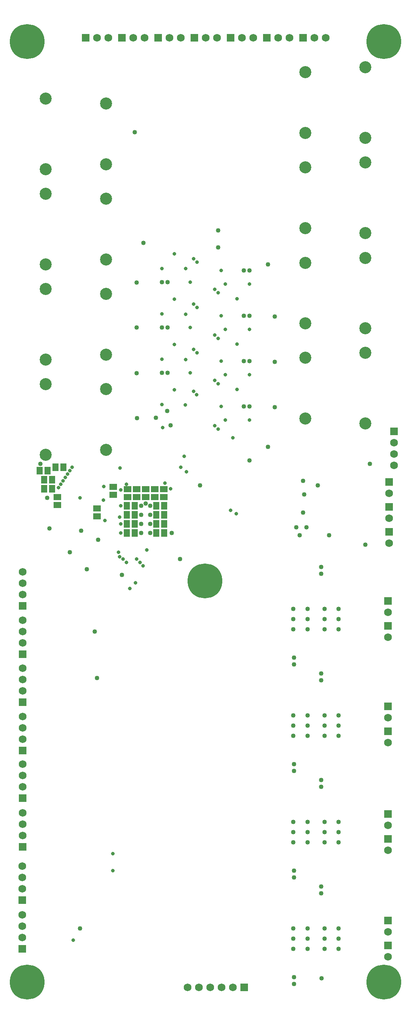
<source format=gbs>
G04*
G04 #@! TF.GenerationSoftware,Altium Limited,Altium Designer,19.0.14 (431)*
G04*
G04 Layer_Color=16711935*
%FSLAX25Y25*%
%MOIN*%
G70*
G01*
G75*
%ADD22R,0.05328X0.06509*%
%ADD33R,0.06509X0.05328*%
%ADD37C,0.06800*%
%ADD38R,0.06800X0.06800*%
%ADD39R,0.06800X0.06800*%
%ADD40C,0.30800*%
%ADD41C,0.10642*%
%ADD42C,0.04000*%
%ADD43C,0.03300*%
D22*
X49543Y472000D02*
D03*
X42457D02*
D03*
X35543Y469000D02*
D03*
X28457D02*
D03*
X39543Y461000D02*
D03*
X32457D02*
D03*
X39543Y453000D02*
D03*
X32457D02*
D03*
X105457Y438000D02*
D03*
X112543D02*
D03*
X105457Y430000D02*
D03*
X112543D02*
D03*
X105457Y422000D02*
D03*
X112543D02*
D03*
X105457Y414000D02*
D03*
X112543D02*
D03*
X138543Y414000D02*
D03*
X131457D02*
D03*
X138543Y422000D02*
D03*
X131457D02*
D03*
X138543Y430000D02*
D03*
X131457D02*
D03*
X138543Y438000D02*
D03*
X131457D02*
D03*
D33*
X44000Y445543D02*
D03*
Y438457D02*
D03*
X93410Y447457D02*
D03*
Y454543D02*
D03*
X79000Y435543D02*
D03*
Y428457D02*
D03*
X138000Y452543D02*
D03*
Y445457D02*
D03*
X130000Y452543D02*
D03*
Y445457D02*
D03*
X122000Y452543D02*
D03*
Y445457D02*
D03*
X114000Y452543D02*
D03*
Y445457D02*
D03*
X106000Y452543D02*
D03*
Y445457D02*
D03*
D37*
X89000Y851000D02*
D03*
X79000D02*
D03*
X111000D02*
D03*
X121000D02*
D03*
X153000D02*
D03*
X143000D02*
D03*
X207000D02*
D03*
X217000D02*
D03*
X185000D02*
D03*
X175000D02*
D03*
X239000D02*
D03*
X249000D02*
D03*
X281000D02*
D03*
X271000D02*
D03*
X341500Y473500D02*
D03*
Y483500D02*
D03*
Y493500D02*
D03*
X13500Y359500D02*
D03*
Y369500D02*
D03*
Y379500D02*
D03*
X336100Y344000D02*
D03*
X337000Y449000D02*
D03*
X159000Y13000D02*
D03*
X169000D02*
D03*
X199000D02*
D03*
X189000D02*
D03*
X179000D02*
D03*
X13000Y57000D02*
D03*
Y67000D02*
D03*
Y77000D02*
D03*
Y100000D02*
D03*
Y110000D02*
D03*
Y120000D02*
D03*
X337000Y427000D02*
D03*
Y404913D02*
D03*
X336100Y322000D02*
D03*
Y251000D02*
D03*
Y229000D02*
D03*
Y156000D02*
D03*
Y134000D02*
D03*
X336000Y62000D02*
D03*
Y40000D02*
D03*
X13500Y337000D02*
D03*
Y327000D02*
D03*
Y317000D02*
D03*
Y294500D02*
D03*
Y284500D02*
D03*
Y274500D02*
D03*
Y252000D02*
D03*
Y242000D02*
D03*
Y232000D02*
D03*
Y210000D02*
D03*
Y200000D02*
D03*
Y190000D02*
D03*
Y167000D02*
D03*
Y157000D02*
D03*
Y147000D02*
D03*
D38*
X69000Y851000D02*
D03*
X101000D02*
D03*
X133000D02*
D03*
X197000D02*
D03*
X165000D02*
D03*
X229000D02*
D03*
X261000D02*
D03*
X209000Y13000D02*
D03*
D39*
X341500Y503500D02*
D03*
X13500Y349500D02*
D03*
X336100Y354000D02*
D03*
X337000Y459000D02*
D03*
X13000Y47000D02*
D03*
Y90000D02*
D03*
X337000Y437000D02*
D03*
Y414913D02*
D03*
X336100Y332000D02*
D03*
Y261000D02*
D03*
Y239000D02*
D03*
Y166000D02*
D03*
Y144000D02*
D03*
X336000Y72000D02*
D03*
Y50000D02*
D03*
X13500Y307000D02*
D03*
Y264500D02*
D03*
Y222000D02*
D03*
Y180000D02*
D03*
Y137000D02*
D03*
D40*
X174500Y371500D02*
D03*
X17500Y847500D02*
D03*
X332500D02*
D03*
Y17500D02*
D03*
X17500D02*
D03*
D41*
X316150Y510669D02*
D03*
Y572874D02*
D03*
X263000Y568543D02*
D03*
Y515000D02*
D03*
X33850Y545205D02*
D03*
Y483000D02*
D03*
X87000Y487331D02*
D03*
Y540874D02*
D03*
Y624874D02*
D03*
Y571331D02*
D03*
X33850Y567000D02*
D03*
Y629205D02*
D03*
Y713205D02*
D03*
Y651000D02*
D03*
X87000Y655331D02*
D03*
Y708874D02*
D03*
Y792874D02*
D03*
Y739331D02*
D03*
X33850Y735000D02*
D03*
Y797205D02*
D03*
X316150Y762669D02*
D03*
Y824874D02*
D03*
X263000Y820543D02*
D03*
Y767000D02*
D03*
Y683000D02*
D03*
Y736543D02*
D03*
X316150Y740874D02*
D03*
Y678669D02*
D03*
Y594480D02*
D03*
Y656685D02*
D03*
X263000Y652354D02*
D03*
Y598811D02*
D03*
D42*
X277600Y21000D02*
D03*
X112500Y767500D02*
D03*
X122000Y440000D02*
D03*
X145000Y414000D02*
D03*
X118000Y438000D02*
D03*
Y414000D02*
D03*
X126000Y438000D02*
D03*
Y430000D02*
D03*
Y422000D02*
D03*
Y414000D02*
D03*
X118000Y422000D02*
D03*
Y430000D02*
D03*
X77000Y327000D02*
D03*
X213886Y478000D02*
D03*
X230000Y490000D02*
D03*
X236000Y525000D02*
D03*
Y565000D02*
D03*
Y605000D02*
D03*
X230152Y651000D02*
D03*
X120000Y670000D02*
D03*
X114000Y635000D02*
D03*
Y595260D02*
D03*
Y555000D02*
D03*
X29000Y475000D02*
D03*
X35000Y444858D02*
D03*
X186000Y681000D02*
D03*
Y666000D02*
D03*
X64000Y65000D02*
D03*
X136492Y555260D02*
D03*
Y595260D02*
D03*
X136492Y635260D02*
D03*
X213886Y645457D02*
D03*
Y605457D02*
D03*
Y565457D02*
D03*
X213886Y525457D02*
D03*
X141121Y521452D02*
D03*
X141492Y555260D02*
D03*
Y595260D02*
D03*
Y635260D02*
D03*
X208886Y645457D02*
D03*
Y605457D02*
D03*
Y565457D02*
D03*
Y525457D02*
D03*
X255000Y419000D02*
D03*
X264000D02*
D03*
X37000Y418000D02*
D03*
X55000Y397000D02*
D03*
X70000Y382000D02*
D03*
X101000Y377000D02*
D03*
X79000Y286000D02*
D03*
X65000Y416000D02*
D03*
X80000Y407776D02*
D03*
X253000Y22000D02*
D03*
X292500Y47000D02*
D03*
X114492Y515260D02*
D03*
X131000Y515531D02*
D03*
X170000Y456000D02*
D03*
X253000Y116000D02*
D03*
Y210000D02*
D03*
Y304000D02*
D03*
X274000Y456000D02*
D03*
X277100Y96000D02*
D03*
X277000Y190000D02*
D03*
Y284000D02*
D03*
Y378000D02*
D03*
X152543Y391000D02*
D03*
X316150Y403500D02*
D03*
X320000Y475000D02*
D03*
X261000Y460000D02*
D03*
X262000Y447957D02*
D03*
X258000Y412000D02*
D03*
X261000Y432000D02*
D03*
X284000Y412000D02*
D03*
X253000Y16000D02*
D03*
X253100Y110000D02*
D03*
Y204000D02*
D03*
Y298000D02*
D03*
X277000Y102000D02*
D03*
X277100Y196000D02*
D03*
Y290000D02*
D03*
Y384000D02*
D03*
X280000Y65000D02*
D03*
Y56000D02*
D03*
Y47000D02*
D03*
X265000D02*
D03*
Y56000D02*
D03*
Y65000D02*
D03*
X252500Y56000D02*
D03*
X292500D02*
D03*
Y65000D02*
D03*
X252500Y47000D02*
D03*
Y65000D02*
D03*
X265100Y159000D02*
D03*
Y150000D02*
D03*
Y141000D02*
D03*
X280100D02*
D03*
Y150000D02*
D03*
Y159000D02*
D03*
X292600Y150000D02*
D03*
Y159000D02*
D03*
Y141000D02*
D03*
X252600D02*
D03*
Y150000D02*
D03*
Y159000D02*
D03*
X280100Y253000D02*
D03*
Y244000D02*
D03*
Y235000D02*
D03*
X265100D02*
D03*
Y244000D02*
D03*
Y253000D02*
D03*
X292600Y235000D02*
D03*
Y244000D02*
D03*
Y253000D02*
D03*
X252600Y244000D02*
D03*
Y235000D02*
D03*
Y253000D02*
D03*
X280100Y347000D02*
D03*
X265100D02*
D03*
X280100Y329000D02*
D03*
X265100D02*
D03*
X280100Y338000D02*
D03*
X265100D02*
D03*
X292600D02*
D03*
Y347000D02*
D03*
Y329000D02*
D03*
X252600Y338000D02*
D03*
Y329000D02*
D03*
Y347000D02*
D03*
X144043Y509000D02*
D03*
D43*
X197000Y434000D02*
D03*
X202000Y431000D02*
D03*
X199000Y498000D02*
D03*
X99600Y471200D02*
D03*
X84900Y442900D02*
D03*
X157000Y527024D02*
D03*
X157500Y567024D02*
D03*
Y607024D02*
D03*
Y647146D02*
D03*
X192500Y633693D02*
D03*
Y593693D02*
D03*
Y553693D02*
D03*
Y513693D02*
D03*
X186000Y626016D02*
D03*
X183000Y628766D02*
D03*
X213886Y633457D02*
D03*
Y593457D02*
D03*
X186000Y585457D02*
D03*
X183000Y588457D02*
D03*
X186000Y545457D02*
D03*
X183000Y548457D02*
D03*
X213886Y553457D02*
D03*
Y513457D02*
D03*
X186000Y505457D02*
D03*
X183000Y508457D02*
D03*
X164520Y655780D02*
D03*
X167563Y652779D02*
D03*
X164520Y615779D02*
D03*
X167563Y612780D02*
D03*
Y572780D02*
D03*
X164563Y575779D02*
D03*
Y539000D02*
D03*
X167000Y536000D02*
D03*
X85000Y455000D02*
D03*
X156000Y481457D02*
D03*
X108003Y365000D02*
D03*
X153000Y472000D02*
D03*
X113000Y370000D02*
D03*
X100000Y422000D02*
D03*
X137000Y507000D02*
D03*
X158000Y468000D02*
D03*
X139000Y458000D02*
D03*
X105000Y457000D02*
D03*
X100000Y414000D02*
D03*
Y438000D02*
D03*
Y452000D02*
D03*
X144000Y453000D02*
D03*
X86000Y425000D02*
D03*
X136492Y647260D02*
D03*
Y607260D02*
D03*
Y567260D02*
D03*
Y527260D02*
D03*
X119949Y385000D02*
D03*
X117000Y388000D02*
D03*
X123000Y399000D02*
D03*
X114000Y391000D02*
D03*
X98000Y397000D02*
D03*
X102000Y391000D02*
D03*
X99000Y393000D02*
D03*
X105000Y388000D02*
D03*
X64000Y444929D02*
D03*
X49000Y460000D02*
D03*
X47000Y457000D02*
D03*
X99000Y428000D02*
D03*
X45000Y454000D02*
D03*
X57000Y472000D02*
D03*
X55000Y469000D02*
D03*
X53000Y466000D02*
D03*
X51000Y463000D02*
D03*
X93000Y131000D02*
D03*
Y116031D02*
D03*
X58000Y54513D02*
D03*
X161492Y595260D02*
D03*
Y635382D02*
D03*
X202886Y540457D02*
D03*
Y580457D02*
D03*
Y620457D02*
D03*
X147492Y660260D02*
D03*
Y620260D02*
D03*
Y580260D02*
D03*
Y540260D02*
D03*
X188886Y525528D02*
D03*
Y565457D02*
D03*
Y605457D02*
D03*
Y645457D02*
D03*
X161492Y555260D02*
D03*
M02*

</source>
